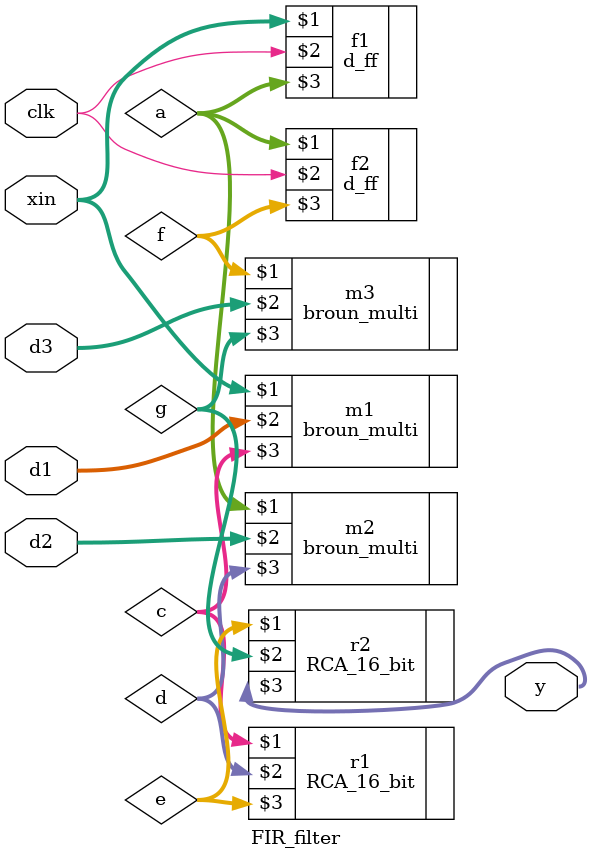
<source format=sv>

module FIR_filter(input logic[7:0] xin,d1,d2,d3,input logic clk,output logic [15:0]y

    );
    logic [15:0]a,b,c,d,e,f,g;
     d_ff f1(xin,clk,a);
     broun_multi m1(xin,d1,c);
     broun_multi m2(a,d2,d);
     RCA_16_bit r1(c,d,e);
     d_ff f2(a,clk,f);
     broun_multi m3(f,d3,g);
     RCA_16_bit r2(e,g,y);
     
     
     
endmodule

</source>
